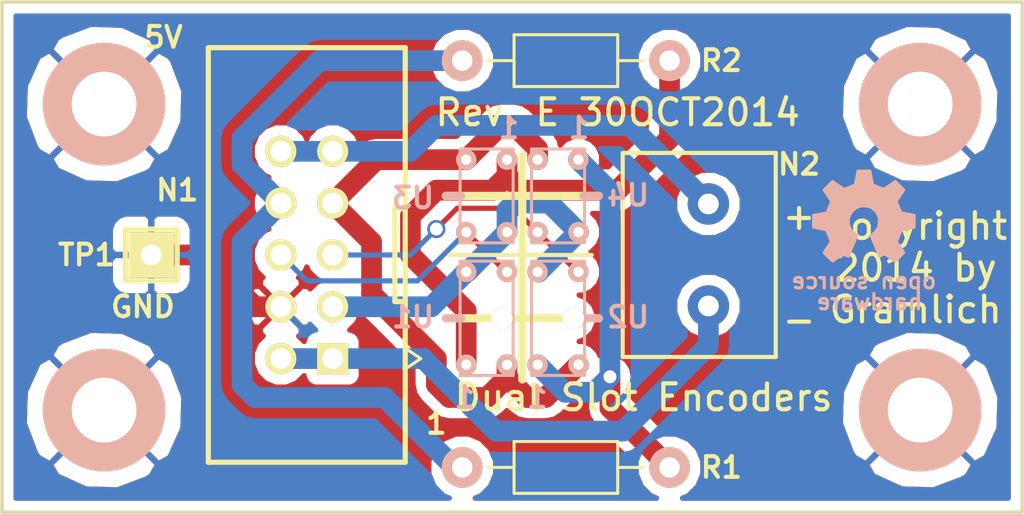
<source format=kicad_pcb>
(kicad_pcb (version 4) (host pcbnew "(2014-jul-16 BZR unknown)-product")

  (general
    (links 27)
    (no_connects 0)
    (area 99.898399 99.13 150.101601 125.3568)
    (thickness 1.6)
    (drawings 27)
    (tracks 86)
    (zones 0)
    (modules 14)
    (nets 11)
  )

  (page A4)
  (layers
    (0 F.Cu signal)
    (31 B.Cu signal)
    (32 B.Adhes user)
    (33 F.Adhes user)
    (34 B.Paste user)
    (35 F.Paste user)
    (36 B.SilkS user)
    (37 F.SilkS user)
    (38 B.Mask user)
    (39 F.Mask user)
    (40 Dwgs.User user)
    (41 Cmts.User user)
    (42 Eco1.User user)
    (43 Eco2.User user)
    (44 Edge.Cuts user)
  )

  (setup
    (last_trace_width 0.254)
    (user_trace_width 0.254)
    (user_trace_width 1.016)
    (trace_clearance 0.254)
    (zone_clearance 0.508)
    (zone_45_only no)
    (trace_min 0.254)
    (segment_width 0.2032)
    (edge_width 0.1)
    (via_size 0.889)
    (via_drill 0.635)
    (via_min_size 0.889)
    (via_min_drill 0.508)
    (uvia_size 0.508)
    (uvia_drill 0.127)
    (uvias_allowed no)
    (uvia_min_size 0.508)
    (uvia_min_drill 0.127)
    (pcb_text_width 0.3)
    (pcb_text_size 1.5 1.5)
    (mod_edge_width 0.15)
    (mod_text_size 1 1)
    (mod_text_width 0.15)
    (pad_size 1 1)
    (pad_drill 0.5)
    (pad_to_mask_clearance 0)
    (aux_axis_origin 0 0)
    (visible_elements 7FFEFFFF)
    (pcbplotparams
      (layerselection 0x010f0_80000001)
      (usegerberextensions true)
      (excludeedgelayer true)
      (linewidth 0.100000)
      (plotframeref false)
      (viasonmask false)
      (mode 1)
      (useauxorigin false)
      (hpglpennumber 1)
      (hpglpenspeed 20)
      (hpglpendiameter 15)
      (hpglpenoverlay 2)
      (psnegative false)
      (psa4output false)
      (plotreference true)
      (plotvalue true)
      (plotinvisibletext false)
      (padsonsilk false)
      (subtractmaskfromsilk false)
      (outputformat 1)
      (mirror false)
      (drillshape 0)
      (scaleselection 1)
      (outputdirectory ""))
  )

  (net 0 "")
  (net 1 "Net-(R1-Pad1)")
  (net 2 "Net-(R2-Pad1)")
  (net 3 /A)
  (net 4 /B)
  (net 5 /MOTOR-)
  (net 6 /MOTOR+)
  (net 7 /LGND)
  (net 8 /LPWR)
  (net 9 /LED_EN)
  (net 10 /BPWR)

  (net_class Default "This is the default net class."
    (clearance 0.254)
    (trace_width 0.254)
    (via_dia 0.889)
    (via_drill 0.635)
    (uvia_dia 0.508)
    (uvia_drill 0.127)
    (add_net /A)
    (add_net /B)
    (add_net "Net-(R1-Pad1)")
    (add_net "Net-(R2-Pad1)")
  )

  (net_class Power ""
    (clearance 0.254)
    (trace_width 1.016)
    (via_dia 0.889)
    (via_drill 0.635)
    (uvia_dia 0.508)
    (uvia_drill 0.127)
    (add_net /BPWR)
    (add_net /LED_EN)
    (add_net /LGND)
    (add_net /LPWR)
    (add_net /MOTOR+)
    (add_net /MOTOR-)
  )

  (module dual_slot_encoders:OSHW_LOGO_200mil (layer B.Cu) (tedit 0) (tstamp 54318570)
    (at 142.24 110.49)
    (path /53C1B3B3)
    (fp_text reference G1 (at 0 -2.6924) (layer B.SilkS) hide
      (effects (font (size 0.23114 0.23114) (thickness 0.04572)) (justify mirror))
    )
    (fp_text value OSHW_LOGO (at 0 2.6924) (layer B.SilkS) hide
      (effects (font (size 0.23114 0.23114) (thickness 0.04572)) (justify mirror))
    )
    (fp_poly (pts (xy -1.53924 2.28092) (xy -1.5113 2.26822) (xy -1.45288 2.23012) (xy -1.36906 2.17424)
      (xy -1.26746 2.10566) (xy -1.1684 2.03962) (xy -1.08458 1.98374) (xy -1.02616 1.94564)
      (xy -1.0033 1.93294) (xy -0.9906 1.93802) (xy -0.94234 1.96088) (xy -0.87122 1.99644)
      (xy -0.83312 2.01676) (xy -0.76708 2.0447) (xy -0.7366 2.04978) (xy -0.73152 2.04216)
      (xy -0.70866 1.9939) (xy -0.67056 1.91008) (xy -0.6223 1.80086) (xy -0.56896 1.67132)
      (xy -0.51054 1.53162) (xy -0.44958 1.38938) (xy -0.3937 1.25476) (xy -0.34544 1.13284)
      (xy -0.3048 1.03378) (xy -0.2794 0.9652) (xy -0.26924 0.93472) (xy -0.27178 0.92964)
      (xy -0.3048 0.89916) (xy -0.36068 0.85598) (xy -0.48006 0.75946) (xy -0.59944 0.61214)
      (xy -0.67056 0.44196) (xy -0.69342 0.25654) (xy -0.6731 0.08382) (xy -0.60706 -0.08128)
      (xy -0.49022 -0.23114) (xy -0.34798 -0.3429) (xy -0.18542 -0.41402) (xy 0 -0.43688)
      (xy 0.17526 -0.41656) (xy 0.34544 -0.35052) (xy 0.4953 -0.23622) (xy 0.5588 -0.16256)
      (xy 0.6477 -0.01016) (xy 0.69596 0.14986) (xy 0.70104 0.19304) (xy 0.69342 0.37084)
      (xy 0.64262 0.54102) (xy 0.5461 0.69342) (xy 0.41656 0.82042) (xy 0.40132 0.83058)
      (xy 0.34036 0.8763) (xy 0.29972 0.90678) (xy 0.2667 0.93472) (xy 0.4953 1.48082)
      (xy 0.53086 1.56718) (xy 0.59182 1.71704) (xy 0.6477 1.84658) (xy 0.69088 1.94818)
      (xy 0.72136 2.01676) (xy 0.73406 2.0447) (xy 0.7366 2.0447) (xy 0.75692 2.04978)
      (xy 0.79756 2.03454) (xy 0.87376 1.99644) (xy 0.92456 1.97104) (xy 0.98298 1.9431)
      (xy 1.00838 1.93294) (xy 1.03124 1.94564) (xy 1.08712 1.9812) (xy 1.1684 2.03454)
      (xy 1.26746 2.10058) (xy 1.3589 2.16408) (xy 1.44526 2.2225) (xy 1.50876 2.2606)
      (xy 1.5367 2.27838) (xy 1.54178 2.27838) (xy 1.56972 2.26314) (xy 1.61798 2.2225)
      (xy 1.69418 2.15138) (xy 1.79832 2.04724) (xy 1.81356 2.032) (xy 1.89992 1.9431)
      (xy 1.97104 1.86944) (xy 2.0193 1.8161) (xy 2.03454 1.79324) (xy 2.03454 1.79324)
      (xy 2.0193 1.76276) (xy 1.9812 1.7018) (xy 1.92278 1.6129) (xy 1.8542 1.5113)
      (xy 1.67386 1.24968) (xy 1.77292 1.00076) (xy 1.8034 0.92456) (xy 1.8415 0.83312)
      (xy 1.87198 0.76708) (xy 1.88722 0.73914) (xy 1.91262 0.72898) (xy 1.9812 0.7112)
      (xy 2.08026 0.69088) (xy 2.1971 0.67056) (xy 2.30886 0.65024) (xy 2.41046 0.62992)
      (xy 2.48412 0.61722) (xy 2.51714 0.6096) (xy 2.52476 0.60452) (xy 2.52984 0.58928)
      (xy 2.53492 0.55372) (xy 2.53746 0.49276) (xy 2.53746 0.39624) (xy 2.53746 0.25654)
      (xy 2.53746 0.2413) (xy 2.53746 0.10668) (xy 2.53492 0) (xy 2.53238 -0.06604)
      (xy 2.5273 -0.09398) (xy 2.5273 -0.09398) (xy 2.49428 -0.1016) (xy 2.42316 -0.11684)
      (xy 2.32156 -0.13716) (xy 2.20218 -0.16002) (xy 2.19456 -0.16256) (xy 2.07518 -0.18542)
      (xy 1.97358 -0.20574) (xy 1.90246 -0.22352) (xy 1.87198 -0.23114) (xy 1.8669 -0.2413)
      (xy 1.8415 -0.28702) (xy 1.80848 -0.36068) (xy 1.76784 -0.45212) (xy 1.72974 -0.5461)
      (xy 1.69418 -0.63246) (xy 1.67132 -0.69596) (xy 1.66624 -0.7239) (xy 1.66624 -0.7239)
      (xy 1.68402 -0.75438) (xy 1.72466 -0.81534) (xy 1.78308 -0.9017) (xy 1.8542 -1.0033)
      (xy 1.85928 -1.01092) (xy 1.92786 -1.11252) (xy 1.98374 -1.19888) (xy 2.02184 -1.25984)
      (xy 2.03454 -1.28778) (xy 2.03454 -1.29032) (xy 2.01168 -1.3208) (xy 1.96088 -1.37668)
      (xy 1.88722 -1.45542) (xy 1.79832 -1.54432) (xy 1.77038 -1.57226) (xy 1.67132 -1.66878)
      (xy 1.60274 -1.73228) (xy 1.55956 -1.7653) (xy 1.53924 -1.77292) (xy 1.53924 -1.77292)
      (xy 1.50876 -1.75514) (xy 1.44272 -1.71196) (xy 1.35636 -1.65354) (xy 1.25476 -1.58242)
      (xy 1.24714 -1.57734) (xy 1.14554 -1.50876) (xy 1.05918 -1.45288) (xy 1.00076 -1.41224)
      (xy 0.97282 -1.397) (xy 0.97028 -1.397) (xy 0.9271 -1.4097) (xy 0.85598 -1.4351)
      (xy 0.76708 -1.46812) (xy 0.6731 -1.50622) (xy 0.58674 -1.54178) (xy 0.52324 -1.57226)
      (xy 0.49276 -1.5875) (xy 0.49276 -1.59004) (xy 0.4826 -1.6256) (xy 0.46482 -1.7018)
      (xy 0.44196 -1.80594) (xy 0.4191 -1.9304) (xy 0.41656 -1.95072) (xy 0.3937 -2.07264)
      (xy 0.37338 -2.1717) (xy 0.35814 -2.24028) (xy 0.35306 -2.27076) (xy 0.33528 -2.2733)
      (xy 0.27432 -2.27838) (xy 0.18542 -2.28092) (xy 0.0762 -2.28092) (xy -0.0381 -2.28092)
      (xy -0.14986 -2.27838) (xy -0.24638 -2.27584) (xy -0.31496 -2.27076) (xy -0.3429 -2.26568)
      (xy -0.3429 -2.26314) (xy -0.3556 -2.22504) (xy -0.37084 -2.14884) (xy -0.3937 -2.0447)
      (xy -0.41656 -1.92024) (xy -0.42164 -1.89738) (xy -0.4445 -1.778) (xy -0.46482 -1.67894)
      (xy -0.47752 -1.61036) (xy -0.48514 -1.58242) (xy -0.49784 -1.57734) (xy -0.5461 -1.55448)
      (xy -0.62738 -1.52146) (xy -0.72898 -1.48082) (xy -0.96012 -1.38684) (xy -1.2446 -1.58242)
      (xy -1.27254 -1.6002) (xy -1.37414 -1.67132) (xy -1.45796 -1.7272) (xy -1.51638 -1.7653)
      (xy -1.54178 -1.778) (xy -1.54432 -1.778) (xy -1.57226 -1.7526) (xy -1.62814 -1.69926)
      (xy -1.70434 -1.62306) (xy -1.79578 -1.53416) (xy -1.86182 -1.46812) (xy -1.94056 -1.38938)
      (xy -1.98882 -1.3335) (xy -2.01676 -1.30048) (xy -2.02692 -1.28016) (xy -2.02438 -1.26492)
      (xy -2.0066 -1.23698) (xy -1.96342 -1.17348) (xy -1.905 -1.08712) (xy -1.83642 -0.98552)
      (xy -1.778 -0.9017) (xy -1.71704 -0.80518) (xy -1.6764 -0.7366) (xy -1.6637 -0.70358)
      (xy -1.66624 -0.69088) (xy -1.68656 -0.635) (xy -1.71958 -0.55118) (xy -1.76276 -0.44958)
      (xy -1.86182 -0.22352) (xy -2.00914 -0.19558) (xy -2.10058 -0.1778) (xy -2.22504 -0.15494)
      (xy -2.34442 -0.13208) (xy -2.53238 -0.09398) (xy -2.54 0.59182) (xy -2.50952 0.60452)
      (xy -2.48158 0.61214) (xy -2.413 0.62738) (xy -2.31394 0.6477) (xy -2.1971 0.66802)
      (xy -2.09804 0.68834) (xy -1.99644 0.70612) (xy -1.92532 0.72136) (xy -1.8923 0.72644)
      (xy -1.88468 0.73914) (xy -1.85928 0.7874) (xy -1.82372 0.8636) (xy -1.78308 0.95758)
      (xy -1.74498 1.0541) (xy -1.70942 1.143) (xy -1.68402 1.20904) (xy -1.67386 1.2446)
      (xy -1.6891 1.27254) (xy -1.7272 1.33096) (xy -1.78308 1.41478) (xy -1.84912 1.51384)
      (xy -1.9177 1.6129) (xy -1.97612 1.69926) (xy -2.01676 1.76022) (xy -2.032 1.78816)
      (xy -2.02438 1.80848) (xy -1.98374 1.85674) (xy -1.91008 1.93294) (xy -1.79832 2.0447)
      (xy -1.778 2.06248) (xy -1.6891 2.14884) (xy -1.61544 2.21742) (xy -1.5621 2.26314)
      (xy -1.53924 2.28092)) (layer B.SilkS) (width 0.00254))
  )

  (module dual_slot_encoders:MountingHole_3mm (layer F.Cu) (tedit 53C1E7D7) (tstamp 54318571)
    (at 105 105)
    (descr "Mounting hole, Befestigungsbohrung, 3mm, No Annular, Kein Restring,")
    (tags "Mounting hole, Befestigungsbohrung, 3mm, No Annular, Kein Restring,")
    (path /53C1592C)
    (fp_text reference H1 (at 0 0) (layer F.SilkS)
      (effects (font (size 1.016 1.016) (thickness 0.2032)))
    )
    (fp_text value 3MM_HOLE (at 0 4.29) (layer F.SilkS) hide
      (effects (font (size 1.016 1.016) (thickness 0.2032)))
    )
    (fp_circle (center 0 0) (end 3 0) (layer Cmts.User) (width 0.381))
    (pad 1 thru_hole circle (at 0 0) (size 6 6) (drill 3.175) (layers *.Cu *.SilkS *.Mask)
      (net 7 /LGND))
  )

  (module dual_slot_encoders:MountingHole_3mm (layer F.Cu) (tedit 53C1E7D7) (tstamp 54318575)
    (at 145 105)
    (descr "Mounting hole, Befestigungsbohrung, 3mm, No Annular, Kein Restring,")
    (tags "Mounting hole, Befestigungsbohrung, 3mm, No Annular, Kein Restring,")
    (path /53C1668B)
    (fp_text reference H2 (at 0 0) (layer F.SilkS)
      (effects (font (size 1.016 1.016) (thickness 0.2032)))
    )
    (fp_text value 3MM_HOLE (at 0 4.29) (layer F.SilkS) hide
      (effects (font (size 1.016 1.016) (thickness 0.2032)))
    )
    (fp_circle (center 0 0) (end 3 0) (layer Cmts.User) (width 0.381))
    (pad 1 thru_hole circle (at 0 0) (size 6 6) (drill 3.175) (layers *.Cu *.SilkS *.Mask)
      (net 7 /LGND))
  )

  (module dual_slot_encoders:MountingHole_3mm (layer F.Cu) (tedit 53C1E7D7) (tstamp 54318579)
    (at 105 120)
    (descr "Mounting hole, Befestigungsbohrung, 3mm, No Annular, Kein Restring,")
    (tags "Mounting hole, Befestigungsbohrung, 3mm, No Annular, Kein Restring,")
    (path /53C166B8)
    (fp_text reference H3 (at 0 0) (layer F.SilkS)
      (effects (font (size 1.016 1.016) (thickness 0.2032)))
    )
    (fp_text value 3MM_HOLE (at 0 4.29) (layer F.SilkS) hide
      (effects (font (size 1.016 1.016) (thickness 0.2032)))
    )
    (fp_circle (center 0 0) (end 3 0) (layer Cmts.User) (width 0.381))
    (pad 1 thru_hole circle (at 0 0) (size 6 6) (drill 3.175) (layers *.Cu *.SilkS *.Mask)
      (net 7 /LGND))
  )

  (module dual_slot_encoders:MountingHole_3mm (layer F.Cu) (tedit 53C1E7D7) (tstamp 5431857D)
    (at 145 120)
    (descr "Mounting hole, Befestigungsbohrung, 3mm, No Annular, Kein Restring,")
    (tags "Mounting hole, Befestigungsbohrung, 3mm, No Annular, Kein Restring,")
    (path /53C166E2)
    (fp_text reference H4 (at 0 0) (layer F.SilkS)
      (effects (font (size 1.016 1.016) (thickness 0.2032)))
    )
    (fp_text value 3MM_HOLE (at 0 4.29) (layer F.SilkS) hide
      (effects (font (size 1.016 1.016) (thickness 0.2032)))
    )
    (fp_circle (center 0 0) (end 3 0) (layer Cmts.User) (width 0.381))
    (pad 1 thru_hole circle (at 0 0) (size 6 6) (drill 3.175) (layers *.Cu *.SilkS *.Mask)
      (net 7 /LGND))
  )

  (module dual_slot_encoders:Resistor_Horizontal_400 (layer F.Cu) (tedit 54396251) (tstamp 54318592)
    (at 127.635 122.809 180)
    (descr "Resistor, Axial,  RM 10mm, 1/3W,")
    (tags "Resistor, Axial, RM 10mm, 1/3W,")
    (path /53C1F063)
    (fp_text reference R1 (at -7.62 0 180) (layer F.SilkS)
      (effects (font (size 1.016 1.016) (thickness 0.2032)))
    )
    (fp_text value 100 (at -0.02 2.47 180) (layer F.SilkS) hide
      (effects (font (size 1.016 1.016) (thickness 0.2032)))
    )
    (fp_line (start 2.54 0) (end 3.81 0) (layer F.SilkS) (width 0.15))
    (fp_line (start -2.54 0) (end -3.81 0) (layer F.SilkS) (width 0.15))
    (fp_line (start -2.54 -1.27) (end -2.54 1.27) (layer F.SilkS) (width 0.15))
    (fp_line (start -2.54 1.27) (end 2.54 1.27) (layer F.SilkS) (width 0.15))
    (fp_line (start 2.54 1.27) (end 2.54 -1.27) (layer F.SilkS) (width 0.15))
    (fp_line (start 2.54 -1.27) (end -2.54 -1.27) (layer F.SilkS) (width 0.15))
    (pad 1 thru_hole circle (at -5.08 0 180) (size 1.99898 1.99898) (drill 1.00076) (layers *.Cu *.SilkS *.Mask)
      (net 1 "Net-(R1-Pad1)"))
    (pad 2 thru_hole circle (at 5.08 0 180) (size 1.99898 1.99898) (drill 1.00076) (layers *.Cu *.SilkS *.Mask)
      (net 10 /BPWR))
  )

  (module dual_slot_encoders:Resistor_Horizontal_400 (layer F.Cu) (tedit 5431876C) (tstamp 54318597)
    (at 127.635 102.87 180)
    (descr "Resistor, Axial,  RM 10mm, 1/3W,")
    (tags "Resistor, Axial, RM 10mm, 1/3W,")
    (path /53C15E4E)
    (fp_text reference R2 (at -7.62 0 180) (layer F.SilkS)
      (effects (font (size 1.016 1.016) (thickness 0.2032)))
    )
    (fp_text value 100 (at -0.02 2.47 180) (layer F.SilkS) hide
      (effects (font (size 1.016 1.016) (thickness 0.2032)))
    )
    (fp_line (start 2.54 0) (end 3.81 0) (layer F.SilkS) (width 0.15))
    (fp_line (start -2.54 0) (end -3.81 0) (layer F.SilkS) (width 0.15))
    (fp_line (start -2.54 -1.27) (end -2.54 1.27) (layer F.SilkS) (width 0.15))
    (fp_line (start -2.54 1.27) (end 2.54 1.27) (layer F.SilkS) (width 0.15))
    (fp_line (start 2.54 1.27) (end 2.54 -1.27) (layer F.SilkS) (width 0.15))
    (fp_line (start 2.54 -1.27) (end -2.54 -1.27) (layer F.SilkS) (width 0.15))
    (pad 1 thru_hole circle (at -5.08 0 180) (size 1.99898 1.99898) (drill 1.00076) (layers *.Cu *.SilkS *.Mask)
      (net 2 "Net-(R2-Pad1)"))
    (pad 2 thru_hole circle (at 5.08 0 180) (size 1.99898 1.99898) (drill 1.00076) (layers *.Cu *.SilkS *.Mask)
      (net 10 /BPWR))
  )

  (module dual_slot_encoders:Pin_Header_Straight_1x01 (layer F.Cu) (tedit 54396249) (tstamp 543185A6)
    (at 107.315 112.395)
    (descr "1 pin")
    (tags "CONN DEV")
    (path /53C1F775)
    (fp_text reference TP1 (at -3.175 0) (layer F.SilkS)
      (effects (font (size 1.016 1.016) (thickness 0.2032)))
    )
    (fp_text value GND (at 0 2.3) (layer F.SilkS) hide
      (effects (font (size 1.016 1.016) (thickness 0.2032)))
    )
    (fp_line (start -1.27 -1.27) (end -1.27 1.27) (layer F.SilkS) (width 0.254))
    (fp_line (start -1.27 1.27) (end 1.27 1.27) (layer F.SilkS) (width 0.254))
    (fp_line (start 1.27 1.27) (end 1.27 -1.27) (layer F.SilkS) (width 0.254))
    (fp_line (start 1.27 -1.27) (end -1.27 -1.27) (layer F.SilkS) (width 0.254))
    (pad 1 thru_hole rect (at 0 0) (size 2.2352 2.2352) (drill 1.016) (layers *.Cu *.Mask F.SilkS)
      (net 7 /LGND))
    (model Pin_Headers/Pin_Header_Straight_1x01.wrl
      (at (xyz 0 0 0))
      (scale (xyz 1 1 1))
      (rotate (xyz 0 0 0))
    )
  )

  (module dual_slot_encoders:GP1S094HCZ0F (layer B.Cu) (tedit 543190AF) (tstamp 543185AA)
    (at 123.75 115.5 270)
    (path /53C15B87)
    (fp_text reference U1 (at -0.057 3.608 360) (layer B.SilkS)
      (effects (font (size 1.016 1.016) (thickness 0.2032)) (justify mirror))
    )
    (fp_text value GP1S094HCZ0F (at 0 2.3 270) (layer B.SilkS) hide
      (effects (font (size 1.016 1.016) (thickness 0.2032)) (justify mirror))
    )
    (fp_text user 1 (at 3.88 1.068 360) (layer B.SilkS)
      (effects (font (size 1.016 1.016) (thickness 0.2032)) (justify mirror))
    )
    (fp_line (start -2.8 1.3) (end 2.8 1.3) (layer B.SilkS) (width 0.15))
    (fp_line (start 2.8 1.3) (end 2.8 -1.3) (layer B.SilkS) (width 0.15))
    (fp_line (start 2.8 -1.3) (end -2.8 -1.3) (layer B.SilkS) (width 0.15))
    (fp_line (start -2.8 -1.3) (end -2.8 1.3) (layer B.SilkS) (width 0.15))
    (pad 1 thru_hole circle (at 2.274 1 270) (size 1 1) (drill 0.5) (layers *.Cu *.Mask B.SilkS)
      (net 2 "Net-(R2-Pad1)"))
    (pad 4 thru_hole circle (at 2.275 -1 270) (size 1 1) (drill 0.5) (layers *.Cu *.Mask B.SilkS)
      (net 9 /LED_EN))
    (pad 2 thru_hole circle (at -2.275 1 270) (size 1 1) (drill 0.5) (layers *.Cu *.Mask B.SilkS)
      (net 8 /LPWR))
    (pad 3 thru_hole circle (at -2.275 -1 270) (size 1 1) (drill 0.5) (layers *.Cu *.Mask B.SilkS)
      (net 4 /B))
    (pad "" thru_hole circle (at 0 -0.75 270) (size 1.05 1.05) (drill 1.05) (layers *.Cu *.Mask B.SilkS))
  )

  (module dual_slot_encoders:GP1S094HCZ0F (layer B.Cu) (tedit 543190B9) (tstamp 543185B2)
    (at 127.25 115.5 270)
    (path /53C15BBA)
    (fp_text reference U2 (at -0.057 -3.433 360) (layer B.SilkS)
      (effects (font (size 1.016 1.016) (thickness 0.2032)) (justify mirror))
    )
    (fp_text value GP1S094HCZ0F (at 0 2.3 270) (layer B.SilkS) hide
      (effects (font (size 1.016 1.016) (thickness 0.2032)) (justify mirror))
    )
    (fp_text user 1 (at 3.88 1.012 360) (layer B.SilkS)
      (effects (font (size 1.016 1.016) (thickness 0.2032)) (justify mirror))
    )
    (fp_line (start -2.8 1.3) (end 2.8 1.3) (layer B.SilkS) (width 0.15))
    (fp_line (start 2.8 1.3) (end 2.8 -1.3) (layer B.SilkS) (width 0.15))
    (fp_line (start 2.8 -1.3) (end -2.8 -1.3) (layer B.SilkS) (width 0.15))
    (fp_line (start -2.8 -1.3) (end -2.8 1.3) (layer B.SilkS) (width 0.15))
    (pad 1 thru_hole circle (at 2.274 1 270) (size 1 1) (drill 0.5) (layers *.Cu *.Mask B.SilkS)
      (net 1 "Net-(R1-Pad1)"))
    (pad 4 thru_hole circle (at 2.275 -1 270) (size 1 1) (drill 0.5) (layers *.Cu *.Mask B.SilkS)
      (net 9 /LED_EN))
    (pad 2 thru_hole circle (at -2.275 1 270) (size 1 1) (drill 0.5) (layers *.Cu *.Mask B.SilkS)
      (net 8 /LPWR))
    (pad 3 thru_hole circle (at -2.275 -1 270) (size 1 1) (drill 0.5) (layers *.Cu *.Mask B.SilkS)
      (net 3 /A))
    (pad "" thru_hole circle (at 0 -0.75 270) (size 1.05 1.05) (drill 1.05) (layers *.Cu *.Mask B.SilkS))
  )

  (module dual_slot_encoders:GP1S097HCZ0F (layer B.Cu) (tedit 543190C0) (tstamp 543185BA)
    (at 123.75 109.5 90)
    (path /53C15B02)
    (fp_text reference U3 (at -0.101 -3.608 180) (layer B.SilkS)
      (effects (font (size 1.016 1.016) (thickness 0.2032)) (justify mirror))
    )
    (fp_text value GPS1S97HCZ0F (at 0 2 90) (layer B.SilkS) hide
      (effects (font (size 1.016 1.016) (thickness 0.2032)) (justify mirror))
    )
    (fp_text user 1 (at 3.328 1.091 180) (layer B.SilkS)
      (effects (font (size 1.016 1.016) (thickness 0.2032)) (justify mirror))
    )
    (fp_line (start -2.3 1.3) (end 2.3 1.3) (layer B.SilkS) (width 0.15))
    (fp_line (start 2.3 1.3) (end 2.3 -1.3) (layer B.SilkS) (width 0.15))
    (fp_line (start 2.3 -1.3) (end -2.3 -1.3) (layer B.SilkS) (width 0.15))
    (fp_line (start -2.3 -1.3) (end -2.3 1.3) (layer B.SilkS) (width 0.15))
    (pad 1 thru_hole circle (at 1.775 1 90) (size 1 1) (drill 0.5) (layers *.Cu *.Mask B.SilkS)
      (net 2 "Net-(R2-Pad1)"))
    (pad 4 thru_hole circle (at 1.775 -1 90) (size 1 1) (drill 0.5) (layers *.Cu *.Mask B.SilkS)
      (net 9 /LED_EN))
    (pad 2 thru_hole circle (at -1.775 1 90) (size 1 1) (drill 0.5) (layers *.Cu *.Mask B.SilkS)
      (net 8 /LPWR))
    (pad 3 thru_hole circle (at -1.775 -1 90) (size 1 1) (drill 0.5) (layers *.Cu *.Mask B.SilkS)
      (net 4 /B))
  )

  (module dual_slot_encoders:GP1S097HCZ0F (layer B.Cu) (tedit 543190C9) (tstamp 543185C1)
    (at 127.25 109.5 90)
    (path /53C15B57)
    (fp_text reference U4 (at 0.026 3.433 180) (layer B.SilkS)
      (effects (font (size 1.016 1.016) (thickness 0.2032)) (justify mirror))
    )
    (fp_text value GPS1S97HCZ0F (at 0 2 90) (layer B.SilkS) hide
      (effects (font (size 1.016 1.016) (thickness 0.2032)) (justify mirror))
    )
    (fp_text user 1 (at 3.328 1.02 180) (layer B.SilkS)
      (effects (font (size 1.016 1.016) (thickness 0.2032)) (justify mirror))
    )
    (fp_line (start -2.3 1.3) (end 2.3 1.3) (layer B.SilkS) (width 0.15))
    (fp_line (start 2.3 1.3) (end 2.3 -1.3) (layer B.SilkS) (width 0.15))
    (fp_line (start 2.3 -1.3) (end -2.3 -1.3) (layer B.SilkS) (width 0.15))
    (fp_line (start -2.3 -1.3) (end -2.3 1.3) (layer B.SilkS) (width 0.15))
    (pad 1 thru_hole circle (at 1.775 1 90) (size 1 1) (drill 0.5) (layers *.Cu *.Mask B.SilkS)
      (net 1 "Net-(R1-Pad1)"))
    (pad 4 thru_hole circle (at 1.775 -1 90) (size 1 1) (drill 0.5) (layers *.Cu *.Mask B.SilkS)
      (net 9 /LED_EN))
    (pad 2 thru_hole circle (at -1.775 1 90) (size 1 1) (drill 0.5) (layers *.Cu *.Mask B.SilkS)
      (net 8 /LPWR))
    (pad 3 thru_hole circle (at -1.775 -1 90) (size 1 1) (drill 0.5) (layers *.Cu *.Mask B.SilkS)
      (net 3 /A))
  )

  (module dual_slot_encoders:5MM_TERMINAL_BLOCK_2_POS (layer F.Cu) (tedit 54318E6C) (tstamp 54318591)
    (at 134.62 112.395 90)
    (path /543185E5)
    (fp_text reference N2 (at 4.445 4.445 180) (layer F.SilkS)
      (effects (font (size 1.016 1.016) (thickness 0.2032)))
    )
    (fp_text value MOTOR_CONN (at 0 4.191 90) (layer F.SilkS) hide
      (effects (font (size 1.016 1.016) (thickness 0.2032)))
    )
    (fp_line (start -5 -4.2) (end -5 3.3) (layer F.SilkS) (width 0.2032))
    (fp_line (start -5 3.3) (end 5 3.3) (layer F.SilkS) (width 0.2032))
    (fp_line (start 5 3.3) (end 5 -4.2) (layer F.SilkS) (width 0.2032))
    (fp_line (start 5 -4.2) (end -5 -4.2) (layer F.SilkS) (width 0.2032))
    (pad 1 thru_hole circle (at -2.5 0 90) (size 2.032 2.032) (drill 1.016) (layers *.Cu *.Mask)
      (net 6 /MOTOR+))
    (pad 2 thru_hole circle (at 2.5 0 90) (size 2.032 2.032) (drill 1.016) (layers *.Cu *.Mask)
      (net 5 /MOTOR-))
  )

  (module dual_slot_encoders:Pin_Header_Straight_2x05_Shrouded (layer F.Cu) (tedit 5439624C) (tstamp 54395AED)
    (at 114.935 112.395 90)
    (descr "Male 2x5 Header 2.54mm pitch")
    (tags CONN)
    (path /5438CAE0)
    (fp_text reference N1 (at 3.175 -6.35 360) (layer F.SilkS)
      (effects (font (size 1.016 1.016) (thickness 0.2032)))
    )
    (fp_text value MOTOR_ENCODER_CONN_2X5 (at 0 6.5 90) (layer F.SilkS) hide
      (effects (font (size 1.016 1.016) (thickness 0.2032)))
    )
    (fp_line (start -5.08 5.588) (end -5.588 4.826) (layer F.SilkS) (width 0.15))
    (fp_line (start -5.08 5.588) (end -4.572 4.826) (layer F.SilkS) (width 0.15))
    (fp_line (start 2.286 4.826) (end 2.286 4.318) (layer F.SilkS) (width 0.254))
    (fp_line (start 2.286 4.318) (end -2.286 4.318) (layer F.SilkS) (width 0.254))
    (fp_line (start -2.286 4.318) (end -2.286 4.826) (layer F.SilkS) (width 0.254))
    (fp_line (start -10.16 -4.826) (end 10.16 -4.826) (layer F.SilkS) (width 0.254))
    (fp_line (start 10.16 -4.826) (end 10.16 4.826) (layer F.SilkS) (width 0.254))
    (fp_line (start 10.16 4.826) (end -10.16 4.826) (layer F.SilkS) (width 0.254))
    (fp_line (start -10.16 4.826) (end -10.16 -4.826) (layer F.SilkS) (width 0.254))
    (pad 1 thru_hole rect (at -5.08 1.27 90) (size 1.524 1.524) (drill 1.016) (layers *.Cu *.Mask F.SilkS)
      (net 6 /MOTOR+))
    (pad 2 thru_hole circle (at -5.08 -1.27 90) (size 1.524 1.524) (drill 1.016) (layers *.Cu *.Mask F.SilkS)
      (net 6 /MOTOR+))
    (pad 3 thru_hole circle (at -2.54 1.27 90) (size 1.524 1.524) (drill 1.016) (layers *.Cu *.Mask F.SilkS)
      (net 8 /LPWR))
    (pad 4 thru_hole circle (at -2.54 -1.27 90) (size 1.524 1.524) (drill 1.016) (layers *.Cu *.Mask F.SilkS)
      (net 7 /LGND))
    (pad 5 thru_hole circle (at 0 1.27 90) (size 1.524 1.524) (drill 1.016) (layers *.Cu *.Mask F.SilkS)
      (net 3 /A))
    (pad 6 thru_hole circle (at 0 -1.27 90) (size 1.524 1.524) (drill 1.016) (layers *.Cu *.Mask F.SilkS)
      (net 4 /B))
    (pad 7 thru_hole circle (at 2.54 1.27 90) (size 1.524 1.524) (drill 1.016) (layers *.Cu *.Mask F.SilkS)
      (net 9 /LED_EN))
    (pad 8 thru_hole circle (at 2.54 -1.27 90) (size 1.524 1.524) (drill 1.016) (layers *.Cu *.Mask F.SilkS)
      (net 10 /BPWR))
    (pad 9 thru_hole circle (at 5.08 1.27 90) (size 1.524 1.524) (drill 1.016) (layers *.Cu *.Mask F.SilkS)
      (net 5 /MOTOR-))
    (pad 10 thru_hole circle (at 5.08 -1.27 90) (size 1.524 1.524) (drill 1.016) (layers *.Cu *.Mask F.SilkS)
      (net 5 /MOTOR-))
    (model pin_array/pins_array_5x2.wrl
      (at (xyz 0 0 0))
      (scale (xyz 1 1 1))
      (rotate (xyz 0 0 0))
    )
  )

  (gr_line (start 128.905 112.395) (end 121.92 112.395) (angle 90) (layer F.SilkS) (width 0.2032))
  (gr_text - (at 139.065 115.57) (layer F.SilkS)
    (effects (font (size 1.27 1.27) (thickness 0.2032)) (justify mirror))
  )
  (gr_text + (at 139.065 110.49) (layer F.SilkS)
    (effects (font (size 1.27 1.27) (thickness 0.2032)) (justify mirror))
  )
  (gr_line (start 100 125) (end 100 100) (angle 90) (layer Edge.Cuts) (width 0.1))
  (gr_line (start 150 125) (end 100 125) (angle 90) (layer Edge.Cuts) (width 0.1))
  (gr_line (start 150 100) (end 150 125) (angle 90) (layer Edge.Cuts) (width 0.1))
  (gr_line (start 100 100) (end 150 100) (angle 90) (layer Edge.Cuts) (width 0.1))
  (gr_text 5V (at 108.966 101.727) (layer F.SilkS)
    (effects (font (size 1.016 1.016) (thickness 0.2032)) (justify right))
  )
  (gr_text GND (at 108.585 114.935) (layer F.SilkS)
    (effects (font (size 1.016 1.016) (thickness 0.2032)) (justify right))
  )
  (gr_text 1 (at 121.285 120.65) (layer F.SilkS)
    (effects (font (size 1.016 1.016) (thickness 0.2032)))
  )
  (gr_line (start 129.25 109.5) (end 128.5 109.5) (angle 90) (layer B.SilkS) (width 0.4))
  (gr_line (start 121.75 109.5) (end 129.25 109.5) (angle 90) (layer F.SilkS) (width 0.4))
  (gr_line (start 121.75 109.5) (end 122.5 109.5) (angle 90) (layer B.SilkS) (width 0.4))
  (gr_line (start 128.5 115.5) (end 129.25 115.5) (angle 90) (layer B.SilkS) (width 0.4))
  (gr_line (start 122.5 115.5) (end 121.75 115.5) (angle 90) (layer B.SilkS) (width 0.4))
  (gr_text "Copyright\n2014 by\nGramlich" (at 144.78 113.03) (layer F.SilkS) (tstamp 5431888A)
    (effects (font (size 1.27 1.27) (thickness 0.2032)))
  )
  (gr_text "Rev. E 30OCT2014" (at 130.175 105.41) (layer F.SilkS)
    (effects (font (size 1.27 1.27) (thickness 0.2032)))
  )
  (gr_text "Dual Slot Encoders" (at 131.445 119.38) (layer F.SilkS)
    (effects (font (size 1.27 1.27) (thickness 0.2032)))
  )
  (gr_text hardware (at 142.51432 114.69624) (layer B.SilkS)
    (effects (font (size 0.762 0.762) (thickness 0.1524)) (justify mirror))
  )
  (gr_text "open source" (at 142.24 113.665) (layer B.SilkS)
    (effects (font (size 0.762 0.762) (thickness 0.1524)) (justify mirror))
  )
  (gr_line (start 121.75 115.5) (end 129.25 115.5) (angle 90) (layer F.SilkS) (width 0.4))
  (gr_line (start 125.5 107.5) (end 125.5 118.5) (angle 90) (layer F.SilkS) (width 0.4))
  (gr_line (start 100 125) (end 100 100) (angle 90) (layer F.SilkS) (width 0.2032))
  (gr_line (start 150 125) (end 100 125) (angle 90) (layer F.SilkS) (width 0.2032))
  (gr_line (start 150 100) (end 150 125) (angle 90) (layer F.SilkS) (width 0.2032))
  (gr_line (start 100 100) (end 150 100) (angle 90) (layer F.SilkS) (width 0.2032))
  (gr_line (start 100 100) (end 150 100) (angle 90) (layer F.SilkS) (width 0.2) (tstamp 53C19E0E))

  (via (at 129.794 118.364) (size 0.889) (layers F.Cu B.Cu) (net 1))
  (segment (start 132.715 122.809) (end 129.794 119.888) (width 1.016) (layer F.Cu) (net 1) (tstamp 54396DCB))
  (segment (start 129.794 119.888) (end 129.794 118.364) (width 1.016) (layer F.Cu) (net 1) (tstamp 54396DCA))
  (segment (start 126.25 117.774) (end 127.602 119.126) (width 1.016) (layer B.Cu) (net 1))
  (segment (start 129.794 109.269) (end 128.25 107.725) (width 1.016) (layer B.Cu) (net 1) (tstamp 54396DBC))
  (segment (start 129.794 110.49) (end 129.794 109.269) (width 1.016) (layer B.Cu) (net 1) (tstamp 54396DBB))
  (segment (start 129.794 118.364) (end 129.794 110.49) (width 1.016) (layer B.Cu) (net 1) (tstamp 54396DB8))
  (segment (start 129.032 119.126) (end 129.794 118.364) (width 1.016) (layer B.Cu) (net 1) (tstamp 54396DB6))
  (segment (start 127.602 119.126) (end 129.032 119.126) (width 1.016) (layer B.Cu) (net 1) (tstamp 54396DB1))
  (segment (start 122.75 117.774) (end 122.75 115.13) (width 1.016) (layer F.Cu) (net 2))
  (segment (start 120.015 110.49) (end 121.285 109.22) (width 1.016) (layer F.Cu) (net 2) (tstamp 54397A9D))
  (segment (start 120.015 112.395) (end 120.015 110.49) (width 1.016) (layer F.Cu) (net 2) (tstamp 54397A98))
  (segment (start 122.75 115.13) (end 120.015 112.395) (width 1.016) (layer F.Cu) (net 2) (tstamp 54397A92))
  (segment (start 124.047762 109.22) (end 124.75 108.517762) (width 1.016) (layer F.Cu) (net 2) (tstamp 54396E17))
  (segment (start 121.285 109.22) (end 124.047762 109.22) (width 1.016) (layer F.Cu) (net 2) (tstamp 54397AA2))
  (segment (start 124.75 107.725) (end 124.75 108.517762) (width 1.016) (layer F.Cu) (net 2))
  (segment (start 132.715 106.68) (end 132.715 102.87) (width 1.016) (layer F.Cu) (net 2) (tstamp 54396CE9))
  (segment (start 130.175 109.22) (end 132.715 106.68) (width 1.016) (layer F.Cu) (net 2) (tstamp 54396CE7))
  (segment (start 125.452238 109.22) (end 130.175 109.22) (width 1.016) (layer F.Cu) (net 2) (tstamp 54396CE6))
  (segment (start 124.75 108.517762) (end 125.452238 109.22) (width 1.016) (layer F.Cu) (net 2) (tstamp 54396CE4))
  (segment (start 126.25 111.275) (end 128.2 113.225) (width 0.254) (layer F.Cu) (net 3))
  (segment (start 128.2 113.225) (end 128.25 113.225) (width 0.254) (layer F.Cu) (net 3) (tstamp 5439699B))
  (segment (start 120.015 112.395) (end 121.285 111.125) (width 0.254) (layer B.Cu) (net 3) (tstamp 54527947))
  (segment (start 125.084002 110.109002) (end 122.300998 110.109002) (width 0.254) (layer F.Cu) (net 3) (tstamp 54396E45))
  (segment (start 122.300998 110.109002) (end 121.285 111.125) (width 0.254) (layer F.Cu) (net 3) (tstamp 54396E49))
  (via (at 121.285 111.125) (size 0.889) (layers F.Cu B.Cu) (net 3))
  (segment (start 125.084002 110.109002) (end 126.25 111.275) (width 0.254) (layer F.Cu) (net 3))
  (segment (start 116.205 112.395) (end 120.015 112.395) (width 0.254) (layer B.Cu) (net 3))
  (segment (start 122.75 111.275) (end 124.7 113.225) (width 0.254) (layer F.Cu) (net 4))
  (segment (start 124.7 113.225) (end 124.75 113.225) (width 0.254) (layer F.Cu) (net 4) (tstamp 54396995))
  (segment (start 120.36 113.665) (end 114.935 113.665) (width 0.254) (layer B.Cu) (net 4) (tstamp 54527957))
  (segment (start 114.935 113.665) (end 113.665 112.395) (width 0.254) (layer B.Cu) (net 4) (tstamp 5452795B))
  (segment (start 122.75 111.275) (end 120.36 113.665) (width 0.254) (layer B.Cu) (net 4))
  (segment (start 113.665 107.315) (end 116.205 107.315) (width 1.016) (layer B.Cu) (net 5))
  (segment (start 130.77 106.045) (end 134.62 109.895) (width 1.016) (layer B.Cu) (net 5))
  (segment (start 121.285 106.045) (end 120.015 107.315) (width 1.016) (layer B.Cu) (net 5) (tstamp 543968BB))
  (segment (start 130.77 106.045) (end 121.285 106.045) (width 1.016) (layer B.Cu) (net 5) (tstamp 543968B8))
  (segment (start 116.205 107.315) (end 120.015 107.315) (width 1.016) (layer B.Cu) (net 5))
  (segment (start 113.665 117.475) (end 116.205 117.475) (width 1.016) (layer B.Cu) (net 6))
  (segment (start 124.206 121.031) (end 120.65 117.475) (width 1.016) (layer B.Cu) (net 6) (tstamp 54396A9F))
  (segment (start 134.62 116.84) (end 130.429 121.031) (width 1.016) (layer B.Cu) (net 6) (tstamp 54396CA3))
  (segment (start 130.429 121.031) (end 124.206 121.031) (width 1.016) (layer B.Cu) (net 6) (tstamp 54396CA7))
  (segment (start 134.62 116.84) (end 134.62 114.895) (width 1.016) (layer B.Cu) (net 6))
  (segment (start 116.205 117.475) (end 120.65 117.475) (width 1.016) (layer B.Cu) (net 6))
  (segment (start 105 120) (end 105.015 120.015) (width 1.016) (layer F.Cu) (net 7))
  (segment (start 112.395 114.935) (end 109.855 112.395) (width 1.016) (layer F.Cu) (net 7) (tstamp 5452791F))
  (segment (start 109.855 112.395) (end 107.315 112.395) (width 1.016) (layer F.Cu) (net 7) (tstamp 54527922))
  (segment (start 113.665 114.935) (end 112.395 114.935) (width 1.016) (layer F.Cu) (net 7))
  (segment (start 124.75 111.275) (end 124.75 110.2) (width 1.016) (layer B.Cu) (net 8))
  (segment (start 126.83 109.855) (end 128.25 111.275) (width 1.016) (layer B.Cu) (net 8) (tstamp 54396C5F))
  (segment (start 125.095 109.855) (end 126.83 109.855) (width 1.016) (layer B.Cu) (net 8) (tstamp 54396C5C))
  (segment (start 124.75 110.2) (end 125.095 109.855) (width 1.016) (layer B.Cu) (net 8) (tstamp 54396C59))
  (segment (start 126.25 113.225) (end 126.3 113.225) (width 1.016) (layer B.Cu) (net 8))
  (segment (start 126.3 113.225) (end 128.25 111.275) (width 1.016) (layer B.Cu) (net 8) (tstamp 54396B02))
  (segment (start 122.75 113.225) (end 122.8 113.225) (width 1.016) (layer B.Cu) (net 8))
  (segment (start 122.8 113.225) (end 124.75 111.275) (width 1.016) (layer B.Cu) (net 8) (tstamp 54396AF5))
  (segment (start 126.25 112.775) (end 126.25 113.225) (width 0.254) (layer B.Cu) (net 8) (tstamp 5439696F))
  (segment (start 121.04 114.935) (end 122.75 113.225) (width 1.016) (layer B.Cu) (net 8) (tstamp 54396937))
  (segment (start 116.205 114.935) (end 121.04 114.935) (width 1.016) (layer B.Cu) (net 8))
  (segment (start 126.25 107.725) (end 126.25 107.2) (width 1.016) (layer F.Cu) (net 9))
  (segment (start 124.43 106.045) (end 122.75 107.725) (width 1.016) (layer F.Cu) (net 9) (tstamp 54396CFA))
  (segment (start 125.095 106.045) (end 124.43 106.045) (width 1.016) (layer F.Cu) (net 9) (tstamp 54396CF9))
  (segment (start 126.25 107.2) (end 125.095 106.045) (width 1.016) (layer F.Cu) (net 9) (tstamp 54396CF4))
  (segment (start 124.75 118.4) (end 124.75 117.775) (width 1.016) (layer F.Cu) (net 9) (tstamp 54396A51) (status 2))
  (segment (start 128.25 117.775) (end 126.645 119.38) (width 1.016) (layer F.Cu) (net 9))
  (segment (start 125.73 119.38) (end 124.75 118.4) (width 1.016) (layer F.Cu) (net 9) (tstamp 54396A50))
  (segment (start 126.645 119.38) (end 125.73 119.38) (width 1.016) (layer F.Cu) (net 9) (tstamp 54397B2B))
  (segment (start 118.335 107.725) (end 116.205 109.855) (width 1.016) (layer F.Cu) (net 9) (tstamp 545278FF))
  (segment (start 122.75 107.725) (end 118.335 107.725) (width 1.016) (layer F.Cu) (net 9))
  (segment (start 118.11 111.76) (end 118.11 114.3) (width 1.016) (layer F.Cu) (net 9) (tstamp 54527906))
  (segment (start 118.11 114.3) (end 121.285 117.475) (width 1.016) (layer F.Cu) (net 9) (tstamp 54527909))
  (segment (start 121.285 117.475) (end 121.285 118.745) (width 1.016) (layer F.Cu) (net 9) (tstamp 5452790A))
  (segment (start 121.285 118.745) (end 121.92 119.38) (width 1.016) (layer F.Cu) (net 9) (tstamp 5452790C))
  (segment (start 121.92 119.38) (end 123.77 119.38) (width 1.016) (layer F.Cu) (net 9) (tstamp 5452790E))
  (segment (start 123.77 119.38) (end 124.75 118.4) (width 1.016) (layer F.Cu) (net 9) (tstamp 5452790F))
  (segment (start 116.205 109.855) (end 118.11 111.76) (width 1.016) (layer F.Cu) (net 9))
  (segment (start 122.555 122.809) (end 122.174 122.809) (width 1.016) (layer B.Cu) (net 10))
  (segment (start 111.76 107.95) (end 111.76 106.68) (width 1.016) (layer B.Cu) (net 10) (tstamp 545278A5))
  (segment (start 111.76 106.68) (end 115.57 102.87) (width 1.016) (layer B.Cu) (net 10) (tstamp 545278A7))
  (segment (start 115.57 102.87) (end 122.555 102.87) (width 1.016) (layer B.Cu) (net 10) (tstamp 545278AA))
  (segment (start 113.665 109.855) (end 111.76 107.95) (width 1.016) (layer B.Cu) (net 10))
  (segment (start 111.76 111.76) (end 111.76 118.745) (width 1.016) (layer B.Cu) (net 10) (tstamp 545278AF))
  (segment (start 111.76 118.745) (end 112.395 119.38) (width 1.016) (layer B.Cu) (net 10) (tstamp 545278B4))
  (segment (start 112.395 119.38) (end 118.745 119.38) (width 1.016) (layer B.Cu) (net 10) (tstamp 545278B6))
  (segment (start 118.745 119.38) (end 122.174 122.809) (width 1.016) (layer B.Cu) (net 10) (tstamp 54397A20))
  (segment (start 113.665 109.855) (end 111.76 111.76) (width 1.016) (layer B.Cu) (net 10))

  (zone (net 7) (net_name /LGND) (layer B.Cu) (tstamp 53C1AF9C) (hatch edge 0.508)
    (connect_pads (clearance 0.508))
    (min_thickness 0.254)
    (fill yes (arc_segments 16) (thermal_gap 0.762) (thermal_bridge_width 0.3048))
    (polygon
      (pts
        (xy 100.4 124.6) (xy 100.4 100.4) (xy 149.6 100.4) (xy 149.6 124.6)
      )
    )
    (filled_polygon
      (pts
        (xy 115.372071 116.078) (xy 115.316691 116.078) (xy 115.083302 116.174673) (xy 114.925974 116.332) (xy 114.603296 116.332)
        (xy 114.633784 116.311629) (xy 114.680033 115.985954) (xy 113.665 114.970921) (xy 113.650857 114.985063) (xy 113.614936 114.949142)
        (xy 113.629079 114.935) (xy 113.614936 114.920857) (xy 113.650857 114.884936) (xy 113.665 114.899079) (xy 113.679142 114.884936)
        (xy 113.715063 114.920857) (xy 113.700921 114.935) (xy 114.715954 115.950033) (xy 115.041629 115.903784) (xy 115.089729 115.795164)
        (xy 115.372071 116.078)
      )
    )
    (filled_polygon
      (pts
        (xy 149.315 124.315) (xy 148.912318 124.315) (xy 148.912318 119.354633) (xy 148.912318 104.354633) (xy 148.367539 102.906579)
        (xy 148.22277 102.689917) (xy 147.664558 102.371363) (xy 147.628637 102.407284) (xy 147.628637 102.335442) (xy 147.310083 101.77723)
        (xy 145.900937 101.138518) (xy 144.354633 101.087682) (xy 142.906579 101.632461) (xy 142.689917 101.77723) (xy 142.371363 102.335442)
        (xy 145 104.964079) (xy 147.628637 102.335442) (xy 147.628637 102.407284) (xy 145.035921 105) (xy 147.664558 107.628637)
        (xy 148.22277 107.310083) (xy 148.861482 105.900937) (xy 148.912318 104.354633) (xy 148.912318 119.354633) (xy 148.367539 117.906579)
        (xy 148.22277 117.689917) (xy 147.664558 117.371363) (xy 147.628637 117.407284) (xy 147.628637 117.335442) (xy 147.628637 107.664558)
        (xy 145 105.035921) (xy 144.964079 105.071842) (xy 144.964079 105) (xy 142.335442 102.371363) (xy 141.77723 102.689917)
        (xy 141.138518 104.099063) (xy 141.087682 105.645367) (xy 141.632461 107.093421) (xy 141.77723 107.310083) (xy 142.335442 107.628637)
        (xy 144.964079 105) (xy 144.964079 105.071842) (xy 142.371363 107.664558) (xy 142.689917 108.22277) (xy 144.099063 108.861482)
        (xy 145.645367 108.912318) (xy 147.093421 108.367539) (xy 147.310083 108.22277) (xy 147.628637 107.664558) (xy 147.628637 117.335442)
        (xy 147.310083 116.77723) (xy 145.900937 116.138518) (xy 144.354633 116.087682) (xy 142.906579 116.632461) (xy 142.689917 116.77723)
        (xy 142.371363 117.335442) (xy 145 119.964079) (xy 147.628637 117.335442) (xy 147.628637 117.407284) (xy 145.035921 120)
        (xy 147.664558 122.628637) (xy 148.22277 122.310083) (xy 148.861482 120.900937) (xy 148.912318 119.354633) (xy 148.912318 124.315)
        (xy 147.628637 124.315) (xy 147.628637 122.664558) (xy 145 120.035921) (xy 144.964079 120.071842) (xy 144.964079 120)
        (xy 142.335442 117.371363) (xy 141.77723 117.689917) (xy 141.138518 119.099063) (xy 141.087682 120.645367) (xy 141.632461 122.093421)
        (xy 141.77723 122.310083) (xy 142.335442 122.628637) (xy 144.964079 120) (xy 144.964079 120.071842) (xy 142.371363 122.664558)
        (xy 142.689917 123.22277) (xy 144.099063 123.861482) (xy 145.645367 123.912318) (xy 147.093421 123.367539) (xy 147.310083 123.22277)
        (xy 147.628637 122.664558) (xy 147.628637 124.315) (xy 133.35035 124.315) (xy 133.639655 124.195462) (xy 134.099846 123.736073)
        (xy 134.349206 123.135547) (xy 134.349774 122.485306) (xy 134.101462 121.884345) (xy 133.642073 121.424154) (xy 133.041547 121.174794)
        (xy 132.391306 121.174226) (xy 131.790345 121.422538) (xy 131.330154 121.881927) (xy 131.080794 122.482453) (xy 131.080226 123.132694)
        (xy 131.328538 123.733655) (xy 131.787927 124.193846) (xy 132.079698 124.315) (xy 123.19035 124.315) (xy 123.479655 124.195462)
        (xy 123.939846 123.736073) (xy 124.189206 123.135547) (xy 124.189774 122.485306) (xy 124.048173 122.142606) (xy 124.206 122.174)
        (xy 130.429 122.174) (xy 130.866407 122.086994) (xy 131.237223 121.839223) (xy 135.428223 117.648223) (xy 135.675994 117.277407)
        (xy 135.763 116.84) (xy 135.763 116.086825) (xy 136.018834 115.831437) (xy 136.270713 115.224845) (xy 136.271286 114.568037)
        (xy 136.020466 113.961005) (xy 135.556437 113.496166) (xy 134.949845 113.244287) (xy 134.293037 113.243714) (xy 133.686005 113.494534)
        (xy 133.221166 113.958563) (xy 132.969287 114.565155) (xy 132.968714 115.221963) (xy 133.219534 115.828995) (xy 133.477 116.08691)
        (xy 133.477 116.366554) (xy 129.955553 119.888) (xy 129.886446 119.888) (xy 130.602223 119.172223) (xy 130.849994 118.801407)
        (xy 130.937 118.364) (xy 130.937 110.49) (xy 130.937 109.269) (xy 130.849994 108.831593) (xy 130.602223 108.460777)
        (xy 129.329446 107.188) (xy 130.296553 107.188) (xy 132.969029 109.860475) (xy 132.968714 110.221963) (xy 133.219534 110.828995)
        (xy 133.683563 111.293834) (xy 134.290155 111.545713) (xy 134.946963 111.546286) (xy 135.553995 111.295466) (xy 136.018834 110.831437)
        (xy 136.270713 110.224845) (xy 136.271286 109.568037) (xy 136.020466 108.961005) (xy 135.556437 108.496166) (xy 134.949845 108.244287)
        (xy 134.585415 108.243969) (xy 134.349774 108.008328) (xy 134.349774 102.546306) (xy 134.101462 101.945345) (xy 133.642073 101.485154)
        (xy 133.041547 101.235794) (xy 132.391306 101.235226) (xy 131.790345 101.483538) (xy 131.330154 101.942927) (xy 131.080794 102.543453)
        (xy 131.080226 103.193694) (xy 131.328538 103.794655) (xy 131.787927 104.254846) (xy 132.388453 104.504206) (xy 133.038694 104.504774)
        (xy 133.639655 104.256462) (xy 134.099846 103.797073) (xy 134.349206 103.196547) (xy 134.349774 102.546306) (xy 134.349774 108.008328)
        (xy 131.578223 105.236777) (xy 131.207407 104.989006) (xy 130.77 104.902) (xy 121.285 104.902) (xy 120.847593 104.989006)
        (xy 120.476777 105.236777) (xy 119.541554 106.172) (xy 117.037928 106.172) (xy 116.99737 106.131371) (xy 116.4841 105.918243)
        (xy 115.928339 105.917758) (xy 115.414697 106.12999) (xy 115.372613 106.172) (xy 114.497928 106.172) (xy 114.45737 106.131371)
        (xy 114.081252 105.975193) (xy 116.043446 104.013) (xy 121.386502 104.013) (xy 121.627927 104.254846) (xy 122.228453 104.504206)
        (xy 122.878694 104.504774) (xy 123.479655 104.256462) (xy 123.939846 103.797073) (xy 124.189206 103.196547) (xy 124.189774 102.546306)
        (xy 123.941462 101.945345) (xy 123.482073 101.485154) (xy 122.881547 101.235794) (xy 122.231306 101.235226) (xy 121.630345 101.483538)
        (xy 121.386457 101.727) (xy 115.57 101.727) (xy 115.132593 101.814006) (xy 114.761777 102.061777) (xy 110.951777 105.871777)
        (xy 110.704006 106.242593) (xy 110.617 106.68) (xy 110.617 107.95) (xy 110.704006 108.387407) (xy 110.951777 108.758223)
        (xy 112.048554 109.854999) (xy 110.951777 110.951777) (xy 110.704006 111.322593) (xy 110.617 111.76) (xy 110.617 118.745)
        (xy 110.704006 119.182407) (xy 110.951777 119.553223) (xy 111.586777 120.188223) (xy 111.957593 120.435994) (xy 112.395 120.523)
        (xy 118.271554 120.523) (xy 120.947671 123.199117) (xy 121.168538 123.733655) (xy 121.627927 124.193846) (xy 121.919698 124.315)
        (xy 109.3216 124.315) (xy 109.3216 113.689433) (xy 109.3216 113.335767) (xy 109.3216 112.64265) (xy 109.3216 112.14735)
        (xy 109.3216 111.454233) (xy 109.3216 111.100567) (xy 109.186258 110.773822) (xy 108.936178 110.523742) (xy 108.912318 110.513858)
        (xy 108.912318 104.354633) (xy 108.367539 102.906579) (xy 108.22277 102.689917) (xy 107.664558 102.371363) (xy 107.628637 102.407284)
        (xy 107.628637 102.335442) (xy 107.310083 101.77723) (xy 105.900937 101.138518) (xy 104.354633 101.087682) (xy 102.906579 101.632461)
        (xy 102.689917 101.77723) (xy 102.371363 102.335442) (xy 105 104.964079) (xy 107.628637 102.335442) (xy 107.628637 102.407284)
        (xy 105.035921 105) (xy 107.664558 107.628637) (xy 108.22277 107.310083) (xy 108.861482 105.900937) (xy 108.912318 104.354633)
        (xy 108.912318 110.513858) (xy 108.609433 110.3884) (xy 107.628637 110.3884) (xy 107.628637 107.664558) (xy 105 105.035921)
        (xy 104.964079 105.071842) (xy 104.964079 105) (xy 102.335442 102.371363) (xy 101.77723 102.689917) (xy 101.138518 104.099063)
        (xy 101.087682 105.645367) (xy 101.632461 107.093421) (xy 101.77723 107.310083) (xy 102.335442 107.628637) (xy 104.964079 105)
        (xy 104.964079 105.071842) (xy 102.371363 107.664558) (xy 102.689917 108.22277) (xy 104.099063 108.861482) (xy 105.645367 108.912318)
        (xy 107.093421 108.367539) (xy 107.310083 108.22277) (xy 107.628637 107.664558) (xy 107.628637 110.3884) (xy 107.56265 110.3884)
        (xy 107.3404 110.61065) (xy 107.3404 112.3696) (xy 109.09935 112.3696) (xy 109.3216 112.14735) (xy 109.3216 112.64265)
        (xy 109.09935 112.4204) (xy 107.3404 112.4204) (xy 107.3404 114.17935) (xy 107.56265 114.4016) (xy 108.609433 114.4016)
        (xy 108.936178 114.266258) (xy 109.186258 114.016178) (xy 109.3216 113.689433) (xy 109.3216 124.315) (xy 108.912318 124.315)
        (xy 108.912318 119.354633) (xy 108.367539 117.906579) (xy 108.22277 117.689917) (xy 107.664558 117.371363) (xy 107.628637 117.407284)
        (xy 107.628637 117.335442) (xy 107.310083 116.77723) (xy 107.2896 116.767945) (xy 107.2896 114.17935) (xy 107.2896 112.4204)
        (xy 107.2896 112.3696) (xy 107.2896 110.61065) (xy 107.06735 110.3884) (xy 106.020567 110.3884) (xy 105.693822 110.523742)
        (xy 105.443742 110.773822) (xy 105.3084 111.100567) (xy 105.3084 111.454233) (xy 105.3084 112.14735) (xy 105.53065 112.3696)
        (xy 107.2896 112.3696) (xy 107.2896 112.4204) (xy 105.53065 112.4204) (xy 105.3084 112.64265) (xy 105.3084 113.335767)
        (xy 105.3084 113.689433) (xy 105.443742 114.016178) (xy 105.693822 114.266258) (xy 106.020567 114.4016) (xy 107.06735 114.4016)
        (xy 107.2896 114.17935) (xy 107.2896 116.767945) (xy 105.900937 116.138518) (xy 104.354633 116.087682) (xy 102.906579 116.632461)
        (xy 102.689917 116.77723) (xy 102.371363 117.335442) (xy 105 119.964079) (xy 107.628637 117.335442) (xy 107.628637 117.407284)
        (xy 105.035921 120) (xy 107.664558 122.628637) (xy 108.22277 122.310083) (xy 108.861482 120.900937) (xy 108.912318 119.354633)
        (xy 108.912318 124.315) (xy 107.628637 124.315) (xy 107.628637 122.664558) (xy 105 120.035921) (xy 104.964079 120.071842)
        (xy 104.964079 120) (xy 102.335442 117.371363) (xy 101.77723 117.689917) (xy 101.138518 119.099063) (xy 101.087682 120.645367)
        (xy 101.632461 122.093421) (xy 101.77723 122.310083) (xy 102.335442 122.628637) (xy 104.964079 120) (xy 104.964079 120.071842)
        (xy 102.371363 122.664558) (xy 102.689917 123.22277) (xy 104.099063 123.861482) (xy 105.645367 123.912318) (xy 107.093421 123.367539)
        (xy 107.310083 123.22277) (xy 107.628637 122.664558) (xy 107.628637 124.315) (xy 100.685 124.315) (xy 100.685 100.685)
        (xy 149.315 100.685) (xy 149.315 124.315)
      )
    )
  )
  (zone (net 7) (net_name /LGND) (layer F.Cu) (tstamp 53C1AFC2) (hatch edge 0.508)
    (connect_pads (clearance 0.508))
    (min_thickness 0.254)
    (fill yes (arc_segments 16) (thermal_gap 0.762) (thermal_bridge_width 0.3048))
    (polygon
      (pts
        (xy 100.4 124.6) (xy 100.4 100.4) (xy 149.6 100.4) (xy 149.6 124.6)
      )
    )
    (filled_polygon
      (pts
        (xy 149.315 124.315) (xy 148.912318 124.315) (xy 148.912318 119.354633) (xy 148.912318 104.354633) (xy 148.367539 102.906579)
        (xy 148.22277 102.689917) (xy 147.664558 102.371363) (xy 147.628637 102.407284) (xy 147.628637 102.335442) (xy 147.310083 101.77723)
        (xy 145.900937 101.138518) (xy 144.354633 101.087682) (xy 142.906579 101.632461) (xy 142.689917 101.77723) (xy 142.371363 102.335442)
        (xy 145 104.964079) (xy 147.628637 102.335442) (xy 147.628637 102.407284) (xy 145.035921 105) (xy 147.664558 107.628637)
        (xy 148.22277 107.310083) (xy 148.861482 105.900937) (xy 148.912318 104.354633) (xy 148.912318 119.354633) (xy 148.367539 117.906579)
        (xy 148.22277 117.689917) (xy 147.664558 117.371363) (xy 147.628637 117.407284) (xy 147.628637 117.335442) (xy 147.628637 107.664558)
        (xy 145 105.035921) (xy 144.964079 105.071842) (xy 144.964079 105) (xy 142.335442 102.371363) (xy 141.77723 102.689917)
        (xy 141.138518 104.099063) (xy 141.087682 105.645367) (xy 141.632461 107.093421) (xy 141.77723 107.310083) (xy 142.335442 107.628637)
        (xy 144.964079 105) (xy 144.964079 105.071842) (xy 142.371363 107.664558) (xy 142.689917 108.22277) (xy 144.099063 108.861482)
        (xy 145.645367 108.912318) (xy 147.093421 108.367539) (xy 147.310083 108.22277) (xy 147.628637 107.664558) (xy 147.628637 117.335442)
        (xy 147.310083 116.77723) (xy 145.900937 116.138518) (xy 144.354633 116.087682) (xy 142.906579 116.632461) (xy 142.689917 116.77723)
        (xy 142.371363 117.335442) (xy 145 119.964079) (xy 147.628637 117.335442) (xy 147.628637 117.407284) (xy 145.035921 120)
        (xy 147.664558 122.628637) (xy 148.22277 122.310083) (xy 148.861482 120.900937) (xy 148.912318 119.354633) (xy 148.912318 124.315)
        (xy 147.628637 124.315) (xy 147.628637 122.664558) (xy 145 120.035921) (xy 144.964079 120.071842) (xy 144.964079 120)
        (xy 142.335442 117.371363) (xy 141.77723 117.689917) (xy 141.138518 119.099063) (xy 141.087682 120.645367) (xy 141.632461 122.093421)
        (xy 141.77723 122.310083) (xy 142.335442 122.628637) (xy 144.964079 120) (xy 144.964079 120.071842) (xy 142.371363 122.664558)
        (xy 142.689917 123.22277) (xy 144.099063 123.861482) (xy 145.645367 123.912318) (xy 147.093421 123.367539) (xy 147.310083 123.22277)
        (xy 147.628637 122.664558) (xy 147.628637 124.315) (xy 136.271286 124.315) (xy 136.271286 114.568037) (xy 136.271286 109.568037)
        (xy 136.020466 108.961005) (xy 135.556437 108.496166) (xy 134.949845 108.244287) (xy 134.293037 108.243714) (xy 133.686005 108.494534)
        (xy 133.221166 108.958563) (xy 132.969287 109.565155) (xy 132.968714 110.221963) (xy 133.219534 110.828995) (xy 133.683563 111.293834)
        (xy 134.290155 111.545713) (xy 134.946963 111.546286) (xy 135.553995 111.295466) (xy 136.018834 110.831437) (xy 136.270713 110.224845)
        (xy 136.271286 109.568037) (xy 136.271286 114.568037) (xy 136.020466 113.961005) (xy 135.556437 113.496166) (xy 134.949845 113.244287)
        (xy 134.293037 113.243714) (xy 133.686005 113.494534) (xy 133.221166 113.958563) (xy 132.969287 114.565155) (xy 132.968714 115.221963)
        (xy 133.219534 115.828995) (xy 133.683563 116.293834) (xy 134.290155 116.545713) (xy 134.946963 116.546286) (xy 135.553995 116.295466)
        (xy 136.018834 115.831437) (xy 136.270713 115.224845) (xy 136.271286 114.568037) (xy 136.271286 124.315) (xy 133.35035 124.315)
        (xy 133.639655 124.195462) (xy 134.099846 123.736073) (xy 134.349206 123.135547) (xy 134.349774 122.485306) (xy 134.101462 121.884345)
        (xy 133.642073 121.424154) (xy 133.041547 121.174794) (xy 132.696938 121.174492) (xy 130.937 119.414554) (xy 130.937 118.364)
        (xy 130.849994 117.926593) (xy 130.602223 117.555777) (xy 130.231407 117.308006) (xy 129.794 117.221) (xy 129.356593 117.308006)
        (xy 129.306735 117.341319) (xy 129.305994 117.337593) (xy 129.283313 117.303649) (xy 129.212767 117.132914) (xy 129.081104 117.001021)
        (xy 129.058223 116.966777) (xy 129.024277 116.944095) (xy 128.893765 116.813355) (xy 128.721649 116.741886) (xy 128.687407 116.719006)
        (xy 128.647368 116.711041) (xy 128.476756 116.640197) (xy 128.290391 116.640034) (xy 128.282386 116.638442) (xy 128.656229 116.483974)
        (xy 128.982827 116.157945) (xy 129.159798 115.731751) (xy 129.160201 115.270274) (xy 128.983974 114.843771) (xy 128.657945 114.517173)
        (xy 128.279493 114.360026) (xy 128.474775 114.360197) (xy 128.892086 114.187767) (xy 129.211645 113.868765) (xy 129.384803 113.451756)
        (xy 129.385197 113.000225) (xy 129.212767 112.582914) (xy 128.893765 112.263355) (xy 128.86204 112.250181) (xy 128.892086 112.237767)
        (xy 129.211645 111.918765) (xy 129.384803 111.501756) (xy 129.385197 111.050225) (xy 129.212767 110.632914) (xy 128.943323 110.363)
        (xy 130.175 110.363) (xy 130.612407 110.275994) (xy 130.983223 110.028223) (xy 133.523223 107.488223) (xy 133.770994 107.117407)
        (xy 133.858 106.68) (xy 133.858 104.038497) (xy 134.099846 103.797073) (xy 134.349206 103.196547) (xy 134.349774 102.546306)
        (xy 134.101462 101.945345) (xy 133.642073 101.485154) (xy 133.041547 101.235794) (xy 132.391306 101.235226) (xy 131.790345 101.483538)
        (xy 131.330154 101.942927) (xy 131.080794 102.543453) (xy 131.080226 103.193694) (xy 131.328538 103.794655) (xy 131.572 104.038542)
        (xy 131.572 106.206554) (xy 129.701554 108.077) (xy 129.332796 108.077) (xy 129.384803 107.951756) (xy 129.385197 107.500225)
        (xy 129.212767 107.082914) (xy 128.893765 106.763355) (xy 128.476756 106.590197) (xy 128.025225 106.589803) (xy 127.607914 106.762233)
        (xy 127.355953 107.013754) (xy 127.305994 106.762593) (xy 127.058223 106.391777) (xy 125.903223 105.236777) (xy 125.532407 104.989006)
        (xy 125.095 104.902) (xy 124.43 104.902) (xy 124.189774 104.949784) (xy 124.189774 102.546306) (xy 123.941462 101.945345)
        (xy 123.482073 101.485154) (xy 122.881547 101.235794) (xy 122.231306 101.235226) (xy 121.630345 101.483538) (xy 121.170154 101.942927)
        (xy 120.920794 102.543453) (xy 120.920226 103.193694) (xy 121.168538 103.794655) (xy 121.627927 104.254846) (xy 122.228453 104.504206)
        (xy 122.878694 104.504774) (xy 123.479655 104.256462) (xy 123.939846 103.797073) (xy 124.189206 103.196547) (xy 124.189774 102.546306)
        (xy 124.189774 104.949784) (xy 123.992593 104.989006) (xy 123.621777 105.236777) (xy 122.276554 106.582) (xy 118.335 106.582)
        (xy 117.897593 106.669006) (xy 117.546553 106.903562) (xy 117.39001 106.524697) (xy 116.99737 106.131371) (xy 116.4841 105.918243)
        (xy 115.928339 105.917758) (xy 115.414697 106.12999) (xy 115.021371 106.52263) (xy 114.93505 106.730512) (xy 114.85001 106.524697)
        (xy 114.45737 106.131371) (xy 113.9441 105.918243) (xy 113.388339 105.917758) (xy 112.874697 106.12999) (xy 112.481371 106.52263)
        (xy 112.268243 107.0359) (xy 112.267758 107.591661) (xy 112.47999 108.105303) (xy 112.87263 108.498629) (xy 113.080512 108.584949)
        (xy 112.874697 108.66999) (xy 112.481371 109.06263) (xy 112.268243 109.5759) (xy 112.267758 110.131661) (xy 112.47999 110.645303)
        (xy 112.87263 111.038629) (xy 113.080512 111.124949) (xy 112.874697 111.20999) (xy 112.481371 111.60263) (xy 112.268243 112.1159)
        (xy 112.267758 112.671661) (xy 112.47999 113.185303) (xy 112.795197 113.501061) (xy 112.763898 113.513148) (xy 112.696216 113.558371)
        (xy 112.649967 113.884046) (xy 113.665 114.899079) (xy 114.680033 113.884046) (xy 114.633784 113.558371) (xy 114.525164 113.51027)
        (xy 114.848629 113.18737) (xy 114.934949 112.979487) (xy 115.01999 113.185303) (xy 115.41263 113.578629) (xy 115.620512 113.664949)
        (xy 115.414697 113.74999) (xy 115.098938 114.065197) (xy 115.086852 114.033898) (xy 115.041629 113.966216) (xy 114.715954 113.919967)
        (xy 113.700921 114.935) (xy 114.715954 115.950033) (xy 115.041629 115.903784) (xy 115.089729 115.795164) (xy 115.372071 116.078)
        (xy 115.316691 116.078) (xy 115.083302 116.174673) (xy 114.904673 116.353301) (xy 114.808 116.58669) (xy 114.808 116.642613)
        (xy 114.534802 116.368938) (xy 114.566102 116.356852) (xy 114.633784 116.311629) (xy 114.680033 115.985954) (xy 113.665 114.970921)
        (xy 113.629079 115.006842) (xy 113.629079 114.935) (xy 112.614046 113.919967) (xy 112.288371 113.966216) (xy 112.022423 114.566774)
        (xy 112.006543 115.223391) (xy 112.243148 115.836102) (xy 112.288371 115.903784) (xy 112.614046 115.950033) (xy 113.629079 114.935)
        (xy 113.629079 115.006842) (xy 112.649967 115.985954) (xy 112.696216 116.311629) (xy 112.804835 116.359729) (xy 112.481371 116.68263)
        (xy 112.268243 117.1959) (xy 112.267758 117.751661) (xy 112.47999 118.265303) (xy 112.87263 118.658629) (xy 113.3859 118.871757)
        (xy 113.941661 118.872242) (xy 114.455303 118.66001) (xy 114.808 118.307928) (xy 114.808 118.363309) (xy 114.904673 118.596698)
        (xy 115.083301 118.775327) (xy 115.31669 118.872) (xy 115.569309 118.872) (xy 117.093309 118.872) (xy 117.326698 118.775327)
        (xy 117.505327 118.596699) (xy 117.602 118.36331) (xy 117.602 118.110691) (xy 117.602 116.586691) (xy 117.505327 116.353302)
        (xy 117.326699 116.174673) (xy 117.09331 116.078) (xy 117.037386 116.078) (xy 117.388629 115.72737) (xy 117.544806 115.351252)
        (xy 120.142 117.948446) (xy 120.142 118.745) (xy 120.229006 119.182407) (xy 120.476777 119.553223) (xy 121.111777 120.188223)
        (xy 121.482593 120.435994) (xy 121.92 120.523) (xy 123.77 120.523) (xy 124.207407 120.435994) (xy 124.578223 120.188223)
        (xy 124.75 120.016446) (xy 124.921777 120.188223) (xy 125.292593 120.435994) (xy 125.73 120.523) (xy 126.645 120.523)
        (xy 127.082407 120.435994) (xy 127.453223 120.188223) (xy 128.651 118.990446) (xy 128.651 119.888) (xy 128.738006 120.325407)
        (xy 128.985777 120.696223) (xy 131.080524 122.79097) (xy 131.080226 123.132694) (xy 131.328538 123.733655) (xy 131.787927 124.193846)
        (xy 132.079698 124.315) (xy 123.19035 124.315) (xy 123.479655 124.195462) (xy 123.939846 123.736073) (xy 124.189206 123.135547)
        (xy 124.189774 122.485306) (xy 123.941462 121.884345) (xy 123.482073 121.424154) (xy 122.881547 121.174794) (xy 122.231306 121.174226)
        (xy 121.630345 121.422538) (xy 121.170154 121.881927) (xy 120.920794 122.482453) (xy 120.920226 123.132694) (xy 121.168538 123.733655)
        (xy 121.627927 124.193846) (xy 121.919698 124.315) (xy 109.3216 124.315) (xy 109.3216 113.689433) (xy 109.3216 113.335767)
        (xy 109.3216 112.64265) (xy 109.3216 112.14735) (xy 109.3216 111.454233) (xy 109.3216 111.100567) (xy 109.186258 110.773822)
        (xy 108.936178 110.523742) (xy 108.912318 110.513858) (xy 108.912318 104.354633) (xy 108.367539 102.906579) (xy 108.22277 102.689917)
        (xy 107.664558 102.371363) (xy 107.628637 102.407284) (xy 107.628637 102.335442) (xy 107.310083 101.77723) (xy 105.900937 101.138518)
        (xy 104.354633 101.087682) (xy 102.906579 101.632461) (xy 102.689917 101.77723) (xy 102.371363 102.335442) (xy 105 104.964079)
        (xy 107.628637 102.335442) (xy 107.628637 102.407284) (xy 105.035921 105) (xy 107.664558 107.628637) (xy 108.22277 107.310083)
        (xy 108.861482 105.900937) (xy 108.912318 104.354633) (xy 108.912318 110.513858) (xy 108.609433 110.3884) (xy 107.628637 110.3884)
        (xy 107.628637 107.664558) (xy 105 105.035921) (xy 104.964079 105.071842) (xy 104.964079 105) (xy 102.335442 102.371363)
        (xy 101.77723 102.689917) (xy 101.138518 104.099063) (xy 101.087682 105.645367) (xy 101.632461 107.093421) (xy 101.77723 107.310083)
        (xy 102.335442 107.628637) (xy 104.964079 105) (xy 104.964079 105.071842) (xy 102.371363 107.664558) (xy 102.689917 108.22277)
        (xy 104.099063 108.861482) (xy 105.645367 108.912318) (xy 107.093421 108.367539) (xy 107.310083 108.22277) (xy 107.628637 107.664558)
        (xy 107.628637 110.3884) (xy 107.56265 110.3884) (xy 107.3404 110.61065) (xy 107.3404 112.3696) (xy 109.09935 112.3696)
        (xy 109.3216 112.14735) (xy 109.3216 112.64265) (xy 109.09935 112.4204) (xy 107.3404 112.4204) (xy 107.3404 114.17935)
        (xy 107.56265 114.4016) (xy 108.609433 114.4016) (xy 108.936178 114.266258) (xy 109.186258 114.016178) (xy 109.3216 113.689433)
        (xy 109.3216 124.315) (xy 108.912318 124.315) (xy 108.912318 119.354633) (xy 108.367539 117.906579) (xy 108.22277 117.689917)
        (xy 107.664558 117.371363) (xy 107.628637 117.407284) (xy 107.628637 117.335442) (xy 107.310083 116.77723) (xy 107.2896 116.767945)
        (xy 107.2896 114.17935) (xy 107.2896 112.4204) (xy 107.2896 112.3696) (xy 107.2896 110.61065) (xy 107.06735 110.3884)
        (xy 106.020567 110.3884) (xy 105.693822 110.523742) (xy 105.443742 110.773822) (xy 105.3084 111.100567) (xy 105.3084 111.454233)
        (xy 105.3084 112.14735) (xy 105.53065 112.3696) (xy 107.2896 112.3696) (xy 107.2896 112.4204) (xy 105.53065 112.4204)
        (xy 105.3084 112.64265) (xy 105.3084 113.335767) (xy 105.3084 113.689433) (xy 105.443742 114.016178) (xy 105.693822 114.266258)
        (xy 106.020567 114.4016) (xy 107.06735 114.4016) (xy 107.2896 114.17935) (xy 107.2896 116.767945) (xy 105.900937 116.138518)
        (xy 104.354633 116.087682) (xy 102.906579 116.632461) (xy 102.689917 116.77723) (xy 102.371363 117.335442) (xy 105 119.964079)
        (xy 107.628637 117.335442) (xy 107.628637 117.407284) (xy 105.035921 120) (xy 107.664558 122.628637) (xy 108.22277 122.310083)
        (xy 108.861482 120.900937) (xy 108.912318 119.354633) (xy 108.912318 124.315) (xy 107.628637 124.315) (xy 107.628637 122.664558)
        (xy 105 120.035921) (xy 104.964079 120.071842) (xy 104.964079 120) (xy 102.335442 117.371363) (xy 101.77723 117.689917)
        (xy 101.138518 119.099063) (xy 101.087682 120.645367) (xy 101.632461 122.093421) (xy 101.77723 122.310083) (xy 102.335442 122.628637)
        (xy 104.964079 120) (xy 104.964079 120.071842) (xy 102.371363 122.664558) (xy 102.689917 123.22277) (xy 104.099063 123.861482)
        (xy 105.645367 123.912318) (xy 107.093421 123.367539) (xy 107.310083 123.22277) (xy 107.628637 122.664558) (xy 107.628637 124.315)
        (xy 100.685 124.315) (xy 100.685 100.685) (xy 149.315 100.685) (xy 149.315 124.315)
      )
    )
  )
)

</source>
